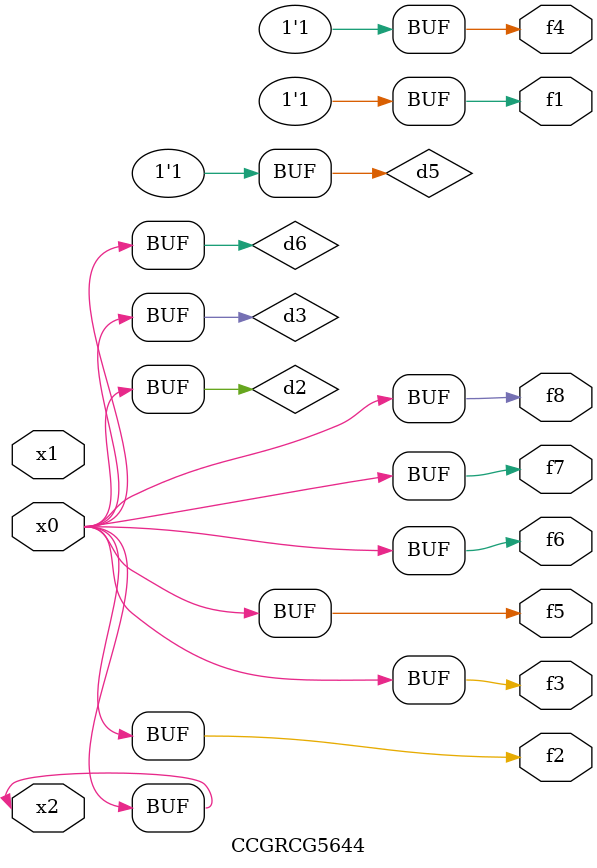
<source format=v>
module CCGRCG5644(
	input x0, x1, x2,
	output f1, f2, f3, f4, f5, f6, f7, f8
);

	wire d1, d2, d3, d4, d5, d6;

	xnor (d1, x2);
	buf (d2, x0, x2);
	and (d3, x0);
	xnor (d4, x1, x2);
	nand (d5, d1, d3);
	buf (d6, d2, d3);
	assign f1 = d5;
	assign f2 = d6;
	assign f3 = d6;
	assign f4 = d5;
	assign f5 = d6;
	assign f6 = d6;
	assign f7 = d6;
	assign f8 = d6;
endmodule

</source>
